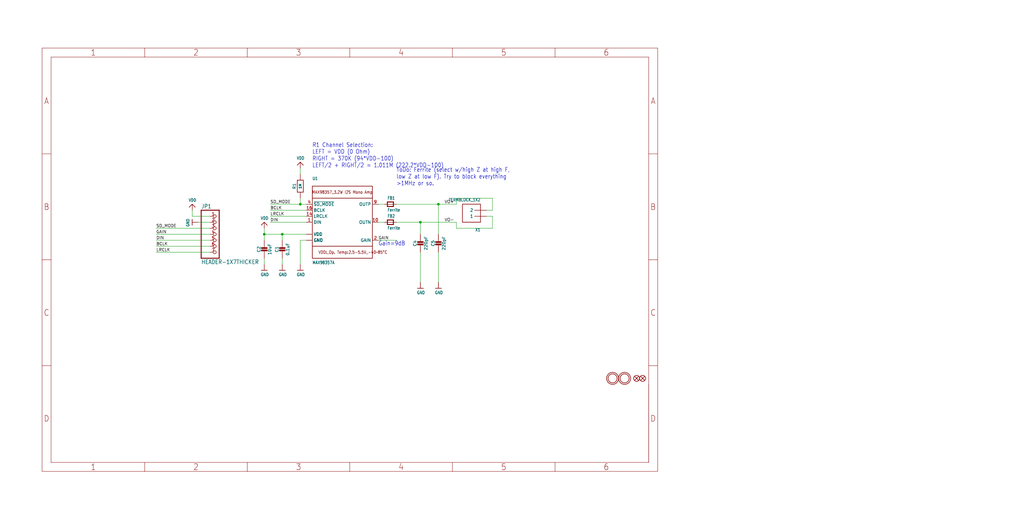
<source format=kicad_sch>
(kicad_sch (version 20211123) (generator eeschema)

  (uuid fe26565d-e819-4a3e-9920-3d2e6e8e25da)

  (paper "User" 433.07 220.421)

  (lib_symbols
    (symbol "Adafruit MAX98357 Breakout-eagle-import:AUDIOAMP_MAX98357" (in_bom yes) (on_board yes)
      (property "Reference" "U" (id 0) (at -12.7 17.78 0)
        (effects (font (size 1.27 1.0795)) (justify left bottom))
      )
      (property "Value" "AUDIOAMP_MAX98357" (id 1) (at -12.7 -17.78 0)
        (effects (font (size 1.27 1.0795)) (justify left bottom))
      )
      (property "Footprint" "Adafruit MAX98357 Breakout:QFN16_3MM" (id 2) (at 0 0 0)
        (effects (font (size 1.27 1.27)) hide)
      )
      (property "Datasheet" "" (id 3) (at 0 0 0)
        (effects (font (size 1.27 1.27)) hide)
      )
      (property "ki_locked" "" (id 4) (at 0 0 0)
        (effects (font (size 1.27 1.27)))
      )
      (symbol "AUDIOAMP_MAX98357_1_0"
        (polyline
          (pts
            (xy -12.7 -15.24)
            (xy 12.7 -15.24)
          )
          (stroke (width 0.254) (type default) (color 0 0 0 0))
          (fill (type none))
        )
        (polyline
          (pts
            (xy -12.7 -10.16)
            (xy -12.7 -15.24)
          )
          (stroke (width 0.254) (type default) (color 0 0 0 0))
          (fill (type none))
        )
        (polyline
          (pts
            (xy -12.7 -10.16)
            (xy -12.7 10.16)
          )
          (stroke (width 0.254) (type default) (color 0 0 0 0))
          (fill (type none))
        )
        (polyline
          (pts
            (xy -12.7 10.16)
            (xy -12.7 15.24)
          )
          (stroke (width 0.254) (type default) (color 0 0 0 0))
          (fill (type none))
        )
        (polyline
          (pts
            (xy -12.7 10.16)
            (xy 12.7 10.16)
          )
          (stroke (width 0.254) (type default) (color 0 0 0 0))
          (fill (type none))
        )
        (polyline
          (pts
            (xy -12.7 15.24)
            (xy 12.7 15.24)
          )
          (stroke (width 0.254) (type default) (color 0 0 0 0))
          (fill (type none))
        )
        (polyline
          (pts
            (xy 12.7 -15.24)
            (xy 12.7 -10.16)
          )
          (stroke (width 0.254) (type default) (color 0 0 0 0))
          (fill (type none))
        )
        (polyline
          (pts
            (xy 12.7 -10.16)
            (xy -12.7 -10.16)
          )
          (stroke (width 0.254) (type default) (color 0 0 0 0))
          (fill (type none))
        )
        (polyline
          (pts
            (xy 12.7 10.16)
            (xy 12.7 -10.16)
          )
          (stroke (width 0.254) (type default) (color 0 0 0 0))
          (fill (type none))
        )
        (polyline
          (pts
            (xy 12.7 15.24)
            (xy 12.7 10.16)
          )
          (stroke (width 0.254) (type default) (color 0 0 0 0))
          (fill (type none))
        )
        (text "2.5-5.5V_-40~85°C" (at 2.54 -12.7 0)
          (effects (font (size 1.27 1.0795)) (justify left))
        )
        (text "MAX98357_3.2W I2S Mono Amp" (at 0 12.7 0)
          (effects (font (size 1.27 1.0795)))
        )
        (text "VDD:_Op. Temp:" (at -10.16 -12.7 0)
          (effects (font (size 1.27 1.0795)) (justify left))
        )
        (pin bidirectional line (at -15.24 0 0) (length 2.54)
          (name "DIN" (effects (font (size 1.27 1.27))))
          (number "1" (effects (font (size 1.27 1.27))))
        )
        (pin output line (at 15.24 0 180) (length 2.54)
          (name "OUTN" (effects (font (size 1.27 1.27))))
          (number "10" (effects (font (size 1.27 1.27))))
        )
        (pin power_in line (at -15.24 -7.62 0) (length 2.54)
          (name "GND" (effects (font (size 1.27 1.27))))
          (number "11" (effects (font (size 0 0))))
        )
        (pin bidirectional line (at -15.24 2.54 0) (length 2.54)
          (name "LRCLK" (effects (font (size 1.27 1.27))))
          (number "14" (effects (font (size 1.27 1.27))))
        )
        (pin power_in line (at -15.24 -7.62 0) (length 2.54)
          (name "GND" (effects (font (size 1.27 1.27))))
          (number "15" (effects (font (size 0 0))))
        )
        (pin bidirectional line (at -15.24 5.08 0) (length 2.54)
          (name "BCLK" (effects (font (size 1.27 1.27))))
          (number "16" (effects (font (size 1.27 1.27))))
        )
        (pin bidirectional line (at 15.24 -7.62 180) (length 2.54)
          (name "GAIN" (effects (font (size 1.27 1.27))))
          (number "2" (effects (font (size 1.27 1.27))))
        )
        (pin power_in line (at -15.24 -7.62 0) (length 2.54)
          (name "GND" (effects (font (size 1.27 1.27))))
          (number "3" (effects (font (size 0 0))))
        )
        (pin bidirectional line (at -15.24 7.62 0) (length 2.54)
          (name "~{SD_MODE}" (effects (font (size 1.27 1.27))))
          (number "4" (effects (font (size 1.27 1.27))))
        )
        (pin power_in line (at -15.24 -5.08 0) (length 2.54)
          (name "VDD" (effects (font (size 1.27 1.27))))
          (number "7" (effects (font (size 0 0))))
        )
        (pin power_in line (at -15.24 -5.08 0) (length 2.54)
          (name "VDD" (effects (font (size 1.27 1.27))))
          (number "8" (effects (font (size 0 0))))
        )
        (pin output line (at 15.24 7.62 180) (length 2.54)
          (name "OUTP" (effects (font (size 1.27 1.27))))
          (number "9" (effects (font (size 1.27 1.27))))
        )
        (pin power_in line (at -15.24 -7.62 0) (length 2.54)
          (name "GND" (effects (font (size 1.27 1.27))))
          (number "THERMAL" (effects (font (size 0 0))))
        )
      )
    )
    (symbol "Adafruit MAX98357 Breakout-eagle-import:CAP_CERAMIC0805-NOOUTLINE" (in_bom yes) (on_board yes)
      (property "Reference" "C" (id 0) (at -2.29 1.25 90)
        (effects (font (size 1.27 1.27)))
      )
      (property "Value" "CAP_CERAMIC0805-NOOUTLINE" (id 1) (at 2.3 1.25 90)
        (effects (font (size 1.27 1.27)))
      )
      (property "Footprint" "Adafruit MAX98357 Breakout:0805-NO" (id 2) (at 0 0 0)
        (effects (font (size 1.27 1.27)) hide)
      )
      (property "Datasheet" "" (id 3) (at 0 0 0)
        (effects (font (size 1.27 1.27)) hide)
      )
      (property "ki_locked" "" (id 4) (at 0 0 0)
        (effects (font (size 1.27 1.27)))
      )
      (symbol "CAP_CERAMIC0805-NOOUTLINE_1_0"
        (rectangle (start -1.27 0.508) (end 1.27 1.016)
          (stroke (width 0) (type default) (color 0 0 0 0))
          (fill (type outline))
        )
        (rectangle (start -1.27 1.524) (end 1.27 2.032)
          (stroke (width 0) (type default) (color 0 0 0 0))
          (fill (type outline))
        )
        (polyline
          (pts
            (xy 0 0.762)
            (xy 0 0)
          )
          (stroke (width 0.1524) (type default) (color 0 0 0 0))
          (fill (type none))
        )
        (polyline
          (pts
            (xy 0 2.54)
            (xy 0 1.778)
          )
          (stroke (width 0.1524) (type default) (color 0 0 0 0))
          (fill (type none))
        )
        (pin passive line (at 0 5.08 270) (length 2.54)
          (name "1" (effects (font (size 0 0))))
          (number "1" (effects (font (size 0 0))))
        )
        (pin passive line (at 0 -2.54 90) (length 2.54)
          (name "2" (effects (font (size 0 0))))
          (number "2" (effects (font (size 0 0))))
        )
      )
    )
    (symbol "Adafruit MAX98357 Breakout-eagle-import:FERRITE-0805NO" (in_bom yes) (on_board yes)
      (property "Reference" "FB" (id 0) (at -1.27 1.905 0)
        (effects (font (size 1.27 1.0795)) (justify left bottom))
      )
      (property "Value" "FERRITE-0805NO" (id 1) (at -1.27 -3.175 0)
        (effects (font (size 1.27 1.0795)) (justify left bottom))
      )
      (property "Footprint" "Adafruit MAX98357 Breakout:0805-NO" (id 2) (at 0 0 0)
        (effects (font (size 1.27 1.27)) hide)
      )
      (property "Datasheet" "" (id 3) (at 0 0 0)
        (effects (font (size 1.27 1.27)) hide)
      )
      (property "ki_locked" "" (id 4) (at 0 0 0)
        (effects (font (size 1.27 1.27)))
      )
      (symbol "FERRITE-0805NO_1_0"
        (polyline
          (pts
            (xy -1.27 -0.9525)
            (xy -1.27 0.9525)
          )
          (stroke (width 0.4064) (type default) (color 0 0 0 0))
          (fill (type none))
        )
        (polyline
          (pts
            (xy -1.27 0.9525)
            (xy 1.27 0.9525)
          )
          (stroke (width 0.4064) (type default) (color 0 0 0 0))
          (fill (type none))
        )
        (polyline
          (pts
            (xy 1.27 -0.9525)
            (xy -1.27 -0.9525)
          )
          (stroke (width 0.4064) (type default) (color 0 0 0 0))
          (fill (type none))
        )
        (polyline
          (pts
            (xy 1.27 0.9525)
            (xy 1.27 -0.9525)
          )
          (stroke (width 0.4064) (type default) (color 0 0 0 0))
          (fill (type none))
        )
        (pin passive line (at -2.54 0 0) (length 2.54)
          (name "P$1" (effects (font (size 0 0))))
          (number "1" (effects (font (size 0 0))))
        )
        (pin passive line (at 2.54 0 180) (length 2.54)
          (name "P$2" (effects (font (size 0 0))))
          (number "2" (effects (font (size 0 0))))
        )
      )
    )
    (symbol "Adafruit MAX98357 Breakout-eagle-import:FIDUCIAL{dblquote}{dblquote}" (in_bom yes) (on_board yes)
      (property "Reference" "FID" (id 0) (at 0 0 0)
        (effects (font (size 1.27 1.27)) hide)
      )
      (property "Value" "FIDUCIAL{dblquote}{dblquote}" (id 1) (at 0 0 0)
        (effects (font (size 1.27 1.27)) hide)
      )
      (property "Footprint" "Adafruit MAX98357 Breakout:FIDUCIAL_1MM" (id 2) (at 0 0 0)
        (effects (font (size 1.27 1.27)) hide)
      )
      (property "Datasheet" "" (id 3) (at 0 0 0)
        (effects (font (size 1.27 1.27)) hide)
      )
      (property "ki_locked" "" (id 4) (at 0 0 0)
        (effects (font (size 1.27 1.27)))
      )
      (symbol "FIDUCIAL{dblquote}{dblquote}_1_0"
        (polyline
          (pts
            (xy -0.762 0.762)
            (xy 0.762 -0.762)
          )
          (stroke (width 0.254) (type default) (color 0 0 0 0))
          (fill (type none))
        )
        (polyline
          (pts
            (xy 0.762 0.762)
            (xy -0.762 -0.762)
          )
          (stroke (width 0.254) (type default) (color 0 0 0 0))
          (fill (type none))
        )
        (circle (center 0 0) (radius 1.27)
          (stroke (width 0.254) (type default) (color 0 0 0 0))
          (fill (type none))
        )
      )
    )
    (symbol "Adafruit MAX98357 Breakout-eagle-import:FRAME_A4" (in_bom yes) (on_board yes)
      (property "Reference" "#FRAME" (id 0) (at 0 0 0)
        (effects (font (size 1.27 1.27)) hide)
      )
      (property "Value" "FRAME_A4" (id 1) (at 0 0 0)
        (effects (font (size 1.27 1.27)) hide)
      )
      (property "Footprint" "Adafruit MAX98357 Breakout:" (id 2) (at 0 0 0)
        (effects (font (size 1.27 1.27)) hide)
      )
      (property "Datasheet" "" (id 3) (at 0 0 0)
        (effects (font (size 1.27 1.27)) hide)
      )
      (property "ki_locked" "" (id 4) (at 0 0 0)
        (effects (font (size 1.27 1.27)))
      )
      (symbol "FRAME_A4_0_0"
        (polyline
          (pts
            (xy 0 44.7675)
            (xy 3.81 44.7675)
          )
          (stroke (width 0) (type default) (color 0 0 0 0))
          (fill (type none))
        )
        (polyline
          (pts
            (xy 0 89.535)
            (xy 3.81 89.535)
          )
          (stroke (width 0) (type default) (color 0 0 0 0))
          (fill (type none))
        )
        (polyline
          (pts
            (xy 0 134.3025)
            (xy 3.81 134.3025)
          )
          (stroke (width 0) (type default) (color 0 0 0 0))
          (fill (type none))
        )
        (polyline
          (pts
            (xy 3.81 3.81)
            (xy 3.81 175.26)
          )
          (stroke (width 0) (type default) (color 0 0 0 0))
          (fill (type none))
        )
        (polyline
          (pts
            (xy 43.3917 0)
            (xy 43.3917 3.81)
          )
          (stroke (width 0) (type default) (color 0 0 0 0))
          (fill (type none))
        )
        (polyline
          (pts
            (xy 43.3917 175.26)
            (xy 43.3917 179.07)
          )
          (stroke (width 0) (type default) (color 0 0 0 0))
          (fill (type none))
        )
        (polyline
          (pts
            (xy 86.7833 0)
            (xy 86.7833 3.81)
          )
          (stroke (width 0) (type default) (color 0 0 0 0))
          (fill (type none))
        )
        (polyline
          (pts
            (xy 86.7833 175.26)
            (xy 86.7833 179.07)
          )
          (stroke (width 0) (type default) (color 0 0 0 0))
          (fill (type none))
        )
        (polyline
          (pts
            (xy 130.175 0)
            (xy 130.175 3.81)
          )
          (stroke (width 0) (type default) (color 0 0 0 0))
          (fill (type none))
        )
        (polyline
          (pts
            (xy 130.175 175.26)
            (xy 130.175 179.07)
          )
          (stroke (width 0) (type default) (color 0 0 0 0))
          (fill (type none))
        )
        (polyline
          (pts
            (xy 173.5667 0)
            (xy 173.5667 3.81)
          )
          (stroke (width 0) (type default) (color 0 0 0 0))
          (fill (type none))
        )
        (polyline
          (pts
            (xy 173.5667 175.26)
            (xy 173.5667 179.07)
          )
          (stroke (width 0) (type default) (color 0 0 0 0))
          (fill (type none))
        )
        (polyline
          (pts
            (xy 216.9583 0)
            (xy 216.9583 3.81)
          )
          (stroke (width 0) (type default) (color 0 0 0 0))
          (fill (type none))
        )
        (polyline
          (pts
            (xy 216.9583 175.26)
            (xy 216.9583 179.07)
          )
          (stroke (width 0) (type default) (color 0 0 0 0))
          (fill (type none))
        )
        (polyline
          (pts
            (xy 256.54 3.81)
            (xy 3.81 3.81)
          )
          (stroke (width 0) (type default) (color 0 0 0 0))
          (fill (type none))
        )
        (polyline
          (pts
            (xy 256.54 3.81)
            (xy 256.54 175.26)
          )
          (stroke (width 0) (type default) (color 0 0 0 0))
          (fill (type none))
        )
        (polyline
          (pts
            (xy 256.54 44.7675)
            (xy 260.35 44.7675)
          )
          (stroke (width 0) (type default) (color 0 0 0 0))
          (fill (type none))
        )
        (polyline
          (pts
            (xy 256.54 89.535)
            (xy 260.35 89.535)
          )
          (stroke (width 0) (type default) (color 0 0 0 0))
          (fill (type none))
        )
        (polyline
          (pts
            (xy 256.54 134.3025)
            (xy 260.35 134.3025)
          )
          (stroke (width 0) (type default) (color 0 0 0 0))
          (fill (type none))
        )
        (polyline
          (pts
            (xy 256.54 175.26)
            (xy 3.81 175.26)
          )
          (stroke (width 0) (type default) (color 0 0 0 0))
          (fill (type none))
        )
        (polyline
          (pts
            (xy 0 0)
            (xy 260.35 0)
            (xy 260.35 179.07)
            (xy 0 179.07)
            (xy 0 0)
          )
          (stroke (width 0) (type default) (color 0 0 0 0))
          (fill (type none))
        )
        (text "1" (at 21.6958 1.905 0)
          (effects (font (size 2.54 2.286)))
        )
        (text "1" (at 21.6958 177.165 0)
          (effects (font (size 2.54 2.286)))
        )
        (text "2" (at 65.0875 1.905 0)
          (effects (font (size 2.54 2.286)))
        )
        (text "2" (at 65.0875 177.165 0)
          (effects (font (size 2.54 2.286)))
        )
        (text "3" (at 108.4792 1.905 0)
          (effects (font (size 2.54 2.286)))
        )
        (text "3" (at 108.4792 177.165 0)
          (effects (font (size 2.54 2.286)))
        )
        (text "4" (at 151.8708 1.905 0)
          (effects (font (size 2.54 2.286)))
        )
        (text "4" (at 151.8708 177.165 0)
          (effects (font (size 2.54 2.286)))
        )
        (text "5" (at 195.2625 1.905 0)
          (effects (font (size 2.54 2.286)))
        )
        (text "5" (at 195.2625 177.165 0)
          (effects (font (size 2.54 2.286)))
        )
        (text "6" (at 238.6542 1.905 0)
          (effects (font (size 2.54 2.286)))
        )
        (text "6" (at 238.6542 177.165 0)
          (effects (font (size 2.54 2.286)))
        )
        (text "A" (at 1.905 156.6863 0)
          (effects (font (size 2.54 2.286)))
        )
        (text "A" (at 258.445 156.6863 0)
          (effects (font (size 2.54 2.286)))
        )
        (text "B" (at 1.905 111.9188 0)
          (effects (font (size 2.54 2.286)))
        )
        (text "B" (at 258.445 111.9188 0)
          (effects (font (size 2.54 2.286)))
        )
        (text "C" (at 1.905 67.1513 0)
          (effects (font (size 2.54 2.286)))
        )
        (text "C" (at 258.445 67.1513 0)
          (effects (font (size 2.54 2.286)))
        )
        (text "D" (at 1.905 22.3838 0)
          (effects (font (size 2.54 2.286)))
        )
        (text "D" (at 258.445 22.3838 0)
          (effects (font (size 2.54 2.286)))
        )
      )
      (symbol "FRAME_A4_1_0"
        (polyline
          (pts
            (xy 256.54 3.81)
            (xy 256.54 8.89)
          )
          (stroke (width 0.1016) (type default) (color 0 0 0 0))
          (fill (type none))
        )
        (polyline
          (pts
            (xy 256.54 8.89)
            (xy 256.54 13.97)
          )
          (stroke (width 0.1016) (type default) (color 0 0 0 0))
          (fill (type none))
        )
        (polyline
          (pts
            (xy 256.54 13.97)
            (xy 256.54 19.05)
          )
          (stroke (width 0.1016) (type default) (color 0 0 0 0))
          (fill (type none))
        )
        (polyline
          (pts
            (xy 256.54 19.05)
            (xy 256.54 36.83)
          )
          (stroke (width 0.1016) (type default) (color 0 0 0 0))
          (fill (type none))
        )
      )
      (symbol "FRAME_A4_2_0"
        (polyline
          (pts
            (xy -0.3048 1.5748)
            (xy 20.0152 1.5748)
          )
          (stroke (width 0.6096) (type default) (color 0 0 0 0))
          (fill (type none))
        )
        (polyline
          (pts
            (xy -0.3048 10.4648)
            (xy -0.3048 1.5748)
          )
          (stroke (width 0.6096) (type default) (color 0 0 0 0))
          (fill (type none))
        )
        (polyline
          (pts
            (xy -0.3048 10.4648)
            (xy 20.0152 10.4648)
          )
          (stroke (width 0.3048) (type default) (color 0 0 0 0))
          (fill (type none))
        )
        (polyline
          (pts
            (xy -0.3048 19.3548)
            (xy -0.3048 10.4648)
          )
          (stroke (width 0.6096) (type default) (color 0 0 0 0))
          (fill (type none))
        )
        (polyline
          (pts
            (xy -0.3048 19.3548)
            (xy 20.0152 19.3548)
          )
          (stroke (width 0.3048) (type default) (color 0 0 0 0))
          (fill (type none))
        )
        (polyline
          (pts
            (xy -0.3048 28.2448)
            (xy -0.3048 19.3548)
          )
          (stroke (width 0.6096) (type default) (color 0 0 0 0))
          (fill (type none))
        )
        (polyline
          (pts
            (xy -0.3048 28.2448)
            (xy 20.0152 28.2448)
          )
          (stroke (width 0.3048) (type default) (color 0 0 0 0))
          (fill (type none))
        )
        (polyline
          (pts
            (xy -0.3048 34.5948)
            (xy -0.3048 28.2448)
          )
          (stroke (width 0.6096) (type default) (color 0 0 0 0))
          (fill (type none))
        )
        (polyline
          (pts
            (xy 20.0152 1.5748)
            (xy 20.0152 6.6548)
          )
          (stroke (width 0.3048) (type default) (color 0 0 0 0))
          (fill (type none))
        )
        (polyline
          (pts
            (xy 20.0152 1.5748)
            (xy 95.5802 1.5748)
          )
          (stroke (width 0.6096) (type default) (color 0 0 0 0))
          (fill (type none))
        )
        (polyline
          (pts
            (xy 20.0152 6.6548)
            (xy 20.0152 10.4648)
          )
          (stroke (width 0.3048) (type default) (color 0 0 0 0))
          (fill (type none))
        )
        (polyline
          (pts
            (xy 20.0152 6.6548)
            (xy 88.5952 6.6548)
          )
          (stroke (width 0.3048) (type default) (color 0 0 0 0))
          (fill (type none))
        )
        (polyline
          (pts
            (xy 20.0152 10.4648)
            (xy 20.0152 16.8148)
          )
          (stroke (width 0.3048) (type default) (color 0 0 0 0))
          (fill (type none))
        )
        (polyline
          (pts
            (xy 20.0152 16.8148)
            (xy 20.0152 19.3548)
          )
          (stroke (width 0.3048) (type default) (color 0 0 0 0))
          (fill (type none))
        )
        (polyline
          (pts
            (xy 20.0152 19.3548)
            (xy 20.0152 28.2448)
          )
          (stroke (width 0.3048) (type default) (color 0 0 0 0))
          (fill (type none))
        )
        (polyline
          (pts
            (xy 20.0152 28.2448)
            (xy 20.0152 34.5948)
          )
          (stroke (width 0.3048) (type default) (color 0 0 0 0))
          (fill (type none))
        )
        (polyline
          (pts
            (xy 20.0152 28.2448)
            (xy 105.7402 28.2448)
          )
          (stroke (width 0.3048) (type default) (color 0 0 0 0))
          (fill (type none))
        )
        (polyline
          (pts
            (xy 20.0152 34.5948)
            (xy -0.3048 34.5948)
          )
          (stroke (width 0.6096) (type default) (color 0 0 0 0))
          (fill (type none))
        )
        (polyline
          (pts
            (xy 88.5952 6.6548)
            (xy 95.5802 6.6548)
          )
          (stroke (width 0.3048) (type default) (color 0 0 0 0))
          (fill (type none))
        )
        (polyline
          (pts
            (xy 88.5952 16.8148)
            (xy 20.0152 16.8148)
          )
          (stroke (width 0.3048) (type default) (color 0 0 0 0))
          (fill (type none))
        )
        (polyline
          (pts
            (xy 88.5952 16.8148)
            (xy 88.5952 6.6548)
          )
          (stroke (width 0.3048) (type default) (color 0 0 0 0))
          (fill (type none))
        )
        (polyline
          (pts
            (xy 95.5802 1.5748)
            (xy 121.6152 1.5748)
          )
          (stroke (width 0.6096) (type default) (color 0 0 0 0))
          (fill (type none))
        )
        (polyline
          (pts
            (xy 95.5802 6.6548)
            (xy 95.5802 1.5748)
          )
          (stroke (width 0.3048) (type default) (color 0 0 0 0))
          (fill (type none))
        )
        (polyline
          (pts
            (xy 95.5802 6.6548)
            (xy 121.6152 6.6548)
          )
          (stroke (width 0.3048) (type default) (color 0 0 0 0))
          (fill (type none))
        )
        (polyline
          (pts
            (xy 101.2952 13.3223)
            (xy 102.2477 13.3223)
          )
          (stroke (width 0.254) (type default) (color 0 0 0 0))
          (fill (type none))
        )
        (polyline
          (pts
            (xy 105.7402 28.2448)
            (xy 105.7402 34.5948)
          )
          (stroke (width 0.3048) (type default) (color 0 0 0 0))
          (fill (type none))
        )
        (polyline
          (pts
            (xy 105.7402 28.2448)
            (xy 110.1852 28.2448)
          )
          (stroke (width 0.3048) (type default) (color 0 0 0 0))
          (fill (type none))
        )
        (polyline
          (pts
            (xy 105.7402 34.5948)
            (xy 20.0152 34.5948)
          )
          (stroke (width 0.6096) (type default) (color 0 0 0 0))
          (fill (type none))
        )
        (polyline
          (pts
            (xy 110.1852 16.8148)
            (xy 88.5952 16.8148)
          )
          (stroke (width 0.3048) (type default) (color 0 0 0 0))
          (fill (type none))
        )
        (polyline
          (pts
            (xy 110.1852 28.2448)
            (xy 110.1852 16.8148)
          )
          (stroke (width 0.3048) (type default) (color 0 0 0 0))
          (fill (type none))
        )
        (polyline
          (pts
            (xy 110.1852 28.2448)
            (xy 121.6152 28.2448)
          )
          (stroke (width 0.3048) (type default) (color 0 0 0 0))
          (fill (type none))
        )
        (polyline
          (pts
            (xy 121.6152 6.6548)
            (xy 121.6152 1.5748)
          )
          (stroke (width 0.6096) (type default) (color 0 0 0 0))
          (fill (type none))
        )
        (polyline
          (pts
            (xy 121.6152 16.8148)
            (xy 110.1852 16.8148)
          )
          (stroke (width 0.3048) (type default) (color 0 0 0 0))
          (fill (type none))
        )
        (polyline
          (pts
            (xy 121.6152 16.8148)
            (xy 121.6152 6.6548)
          )
          (stroke (width 0.6096) (type default) (color 0 0 0 0))
          (fill (type none))
        )
        (polyline
          (pts
            (xy 121.6152 28.2448)
            (xy 121.6152 16.8148)
          )
          (stroke (width 0.6096) (type default) (color 0 0 0 0))
          (fill (type none))
        )
        (polyline
          (pts
            (xy 121.6152 34.5948)
            (xy 105.7402 34.5948)
          )
          (stroke (width 0.6096) (type default) (color 0 0 0 0))
          (fill (type none))
        )
        (polyline
          (pts
            (xy 121.6152 34.5948)
            (xy 121.6152 28.2448)
          )
          (stroke (width 0.6096) (type default) (color 0 0 0 0))
          (fill (type none))
        )
        (circle (center 109.2327 31.4198) (radius 1.4199)
          (stroke (width 0.254) (type default) (color 0 0 0 0))
          (fill (type none))
        )
        (text "2015" (at 112.4077 30.4673 0)
          (effects (font (size 1.778 1.5113)) (justify left bottom))
        )
        (text ">CHECKED" (at 2.2352 11.7348 0)
          (effects (font (size 1.778 1.5113)) (justify left bottom))
        )
        (text ">COMPANY" (at 23.349 29.6735 0)
          (effects (font (size 3.175 2.6987) (thickness 0.5397) bold) (justify left bottom))
        )
        (text ">DATE" (at 2.2352 2.8448 0)
          (effects (font (size 1.778 1.5113)) (justify left bottom))
        )
        (text ">DRAWING_NAME" (at 33.0327 2.8448 0)
          (effects (font (size 2.54 2.159)) (justify left bottom))
        )
        (text ">DRAWN" (at 2.2352 20.6248 0)
          (effects (font (size 1.778 1.5113)) (justify left bottom))
        )
        (text ">DRGNO" (at 91.1352 9.1948 0)
          (effects (font (size 2.1844 1.8567)) (justify left bottom))
        )
        (text ">LAST_DATE_TIME" (at 32.7152 9.1948 0)
          (effects (font (size 2.54 2.159)) (justify left bottom))
        )
        (text ">REV" (at 113.9952 18.7198 0)
          (effects (font (size 3.81 3.2385)) (justify left bottom))
        )
        (text ">SHEET" (at 108.9152 2.8448 0)
          (effects (font (size 2.54 2.54)) (justify left bottom))
        )
        (text "C" (at 108.7564 30.7848 0)
          (effects (font (size 1.27 1.0795)) (justify left bottom))
        )
        (text "CHECKED" (at 0.9652 16.1798 0)
          (effects (font (size 1.778 1.5113)) (justify left bottom))
        )
        (text "DATE" (at 0.9652 7.2898 0)
          (effects (font (size 1.778 1.5113)) (justify left bottom))
        )
        (text "DATE" (at 21.2852 13.0048 0)
          (effects (font (size 2.54 2.54)) (justify left bottom))
        )
        (text "DRAWN" (at 0.9652 25.0698 0)
          (effects (font (size 1.778 1.5113)) (justify left bottom))
        )
        (text "DRG" (at 89.8652 13.0048 0)
          (effects (font (size 2.54 2.54)) (justify left bottom))
        )
        (text "FILE:" (at 21.2852 2.8448 0)
          (effects (font (size 2.54 2.54)) (justify left bottom))
        )
        (text "ISSUE" (at 5.0927 30.4673 0)
          (effects (font (size 1.9304 1.6408)) (justify left bottom))
        )
        (text "N" (at 98.4377 13.0048 0)
          (effects (font (size 2.54 2.54)) (justify left bottom))
        )
        (text "o" (at 100.9777 13.9573 0)
          (effects (font (size 2.1844 1.8567)) (justify left bottom))
        )
        (text "PAGE:" (at 96.8502 2.8448 0)
          (effects (font (size 2.54 2.54)) (justify left bottom))
        )
        (text "REV" (at 112.4077 24.4348 0)
          (effects (font (size 2.54 2.54)) (justify left bottom))
        )
        (text "TITLE" (at 21.2852 24.4348 0)
          (effects (font (size 2.54 2.54)) (justify left bottom))
        )
      )
    )
    (symbol "Adafruit MAX98357 Breakout-eagle-import:GND" (power) (in_bom yes) (on_board yes)
      (property "Reference" "" (id 0) (at 0 0 0)
        (effects (font (size 1.27 1.27)) hide)
      )
      (property "Value" "GND" (id 1) (at -1.524 -2.54 0)
        (effects (font (size 1.27 1.0795)) (justify left bottom))
      )
      (property "Footprint" "Adafruit MAX98357 Breakout:" (id 2) (at 0 0 0)
        (effects (font (size 1.27 1.27)) hide)
      )
      (property "Datasheet" "" (id 3) (at 0 0 0)
        (effects (font (size 1.27 1.27)) hide)
      )
      (property "ki_locked" "" (id 4) (at 0 0 0)
        (effects (font (size 1.27 1.27)))
      )
      (symbol "GND_1_0"
        (polyline
          (pts
            (xy -1.27 0)
            (xy 1.27 0)
          )
          (stroke (width 0.254) (type default) (color 0 0 0 0))
          (fill (type none))
        )
        (pin power_in line (at 0 2.54 270) (length 2.54)
          (name "GND" (effects (font (size 0 0))))
          (number "1" (effects (font (size 0 0))))
        )
      )
    )
    (symbol "Adafruit MAX98357 Breakout-eagle-import:HEADER-1X7THICKER" (in_bom yes) (on_board yes)
      (property "Reference" "JP" (id 0) (at -6.35 10.795 0)
        (effects (font (size 1.778 1.5113)) (justify left bottom))
      )
      (property "Value" "HEADER-1X7THICKER" (id 1) (at -6.35 -12.7 0)
        (effects (font (size 1.778 1.5113)) (justify left bottom))
      )
      (property "Footprint" "Adafruit MAX98357 Breakout:1X07_ROUND_76" (id 2) (at 0 0 0)
        (effects (font (size 1.27 1.27)) hide)
      )
      (property "Datasheet" "" (id 3) (at 0 0 0)
        (effects (font (size 1.27 1.27)) hide)
      )
      (property "ki_locked" "" (id 4) (at 0 0 0)
        (effects (font (size 1.27 1.27)))
      )
      (symbol "HEADER-1X7THICKER_1_0"
        (polyline
          (pts
            (xy -6.35 -10.16)
            (xy 1.27 -10.16)
          )
          (stroke (width 0.4064) (type default) (color 0 0 0 0))
          (fill (type none))
        )
        (polyline
          (pts
            (xy -6.35 10.16)
            (xy -6.35 -10.16)
          )
          (stroke (width 0.4064) (type default) (color 0 0 0 0))
          (fill (type none))
        )
        (polyline
          (pts
            (xy 1.27 -10.16)
            (xy 1.27 10.16)
          )
          (stroke (width 0.4064) (type default) (color 0 0 0 0))
          (fill (type none))
        )
        (polyline
          (pts
            (xy 1.27 10.16)
            (xy -6.35 10.16)
          )
          (stroke (width 0.4064) (type default) (color 0 0 0 0))
          (fill (type none))
        )
        (pin passive inverted (at -2.54 7.62 0) (length 2.54)
          (name "1" (effects (font (size 0 0))))
          (number "1" (effects (font (size 1.27 1.27))))
        )
        (pin passive inverted (at -2.54 5.08 0) (length 2.54)
          (name "2" (effects (font (size 0 0))))
          (number "2" (effects (font (size 1.27 1.27))))
        )
        (pin passive inverted (at -2.54 2.54 0) (length 2.54)
          (name "3" (effects (font (size 0 0))))
          (number "3" (effects (font (size 1.27 1.27))))
        )
        (pin passive inverted (at -2.54 0 0) (length 2.54)
          (name "4" (effects (font (size 0 0))))
          (number "4" (effects (font (size 1.27 1.27))))
        )
        (pin passive inverted (at -2.54 -2.54 0) (length 2.54)
          (name "5" (effects (font (size 0 0))))
          (number "5" (effects (font (size 1.27 1.27))))
        )
        (pin passive inverted (at -2.54 -5.08 0) (length 2.54)
          (name "6" (effects (font (size 0 0))))
          (number "6" (effects (font (size 1.27 1.27))))
        )
        (pin passive inverted (at -2.54 -7.62 0) (length 2.54)
          (name "7" (effects (font (size 0 0))))
          (number "7" (effects (font (size 1.27 1.27))))
        )
      )
    )
    (symbol "Adafruit MAX98357 Breakout-eagle-import:MOUNTINGHOLE2.5" (in_bom yes) (on_board yes)
      (property "Reference" "" (id 0) (at 0 0 0)
        (effects (font (size 1.27 1.27)) hide)
      )
      (property "Value" "MOUNTINGHOLE2.5" (id 1) (at 0 0 0)
        (effects (font (size 1.27 1.27)) hide)
      )
      (property "Footprint" "Adafruit MAX98357 Breakout:MOUNTINGHOLE_2.5_PLATED" (id 2) (at 0 0 0)
        (effects (font (size 1.27 1.27)) hide)
      )
      (property "Datasheet" "" (id 3) (at 0 0 0)
        (effects (font (size 1.27 1.27)) hide)
      )
      (property "ki_locked" "" (id 4) (at 0 0 0)
        (effects (font (size 1.27 1.27)))
      )
      (symbol "MOUNTINGHOLE2.5_1_0"
        (circle (center 0 0) (radius 1.905)
          (stroke (width 0.254) (type default) (color 0 0 0 0))
          (fill (type none))
        )
        (circle (center 0 0) (radius 2.54)
          (stroke (width 0.254) (type default) (color 0 0 0 0))
          (fill (type none))
        )
      )
    )
    (symbol "Adafruit MAX98357 Breakout-eagle-import:RESISTOR0805_NOOUTLINE" (in_bom yes) (on_board yes)
      (property "Reference" "R" (id 0) (at 0 2.54 0)
        (effects (font (size 1.27 1.27)))
      )
      (property "Value" "RESISTOR0805_NOOUTLINE" (id 1) (at 0 0 0)
        (effects (font (size 1.016 1.016) bold))
      )
      (property "Footprint" "Adafruit MAX98357 Breakout:0805-NO" (id 2) (at 0 0 0)
        (effects (font (size 1.27 1.27)) hide)
      )
      (property "Datasheet" "" (id 3) (at 0 0 0)
        (effects (font (size 1.27 1.27)) hide)
      )
      (property "ki_locked" "" (id 4) (at 0 0 0)
        (effects (font (size 1.27 1.27)))
      )
      (symbol "RESISTOR0805_NOOUTLINE_1_0"
        (polyline
          (pts
            (xy -2.54 -1.27)
            (xy -2.54 1.27)
          )
          (stroke (width 0.254) (type default) (color 0 0 0 0))
          (fill (type none))
        )
        (polyline
          (pts
            (xy -2.54 1.27)
            (xy 2.54 1.27)
          )
          (stroke (width 0.254) (type default) (color 0 0 0 0))
          (fill (type none))
        )
        (polyline
          (pts
            (xy 2.54 -1.27)
            (xy -2.54 -1.27)
          )
          (stroke (width 0.254) (type default) (color 0 0 0 0))
          (fill (type none))
        )
        (polyline
          (pts
            (xy 2.54 1.27)
            (xy 2.54 -1.27)
          )
          (stroke (width 0.254) (type default) (color 0 0 0 0))
          (fill (type none))
        )
        (pin passive line (at -5.08 0 0) (length 2.54)
          (name "1" (effects (font (size 0 0))))
          (number "1" (effects (font (size 0 0))))
        )
        (pin passive line (at 5.08 0 180) (length 2.54)
          (name "2" (effects (font (size 0 0))))
          (number "2" (effects (font (size 0 0))))
        )
      )
    )
    (symbol "Adafruit MAX98357 Breakout-eagle-import:TERMBLOCK_1X2" (in_bom yes) (on_board yes)
      (property "Reference" "X" (id 0) (at -2.54 7.62 0)
        (effects (font (size 1.27 1.0795)) (justify left bottom))
      )
      (property "Value" "TERMBLOCK_1X2" (id 1) (at -2.54 -5.08 0)
        (effects (font (size 1.27 1.0795)) (justify left bottom))
      )
      (property "Footprint" "Adafruit MAX98357 Breakout:TERMBLOCK_1X2-3.5MM" (id 2) (at 0 0 0)
        (effects (font (size 1.27 1.27)) hide)
      )
      (property "Datasheet" "" (id 3) (at 0 0 0)
        (effects (font (size 1.27 1.27)) hide)
      )
      (property "ki_locked" "" (id 4) (at 0 0 0)
        (effects (font (size 1.27 1.27)))
      )
      (symbol "TERMBLOCK_1X2_1_0"
        (polyline
          (pts
            (xy -2.54 -2.54)
            (xy 5.08 -2.54)
          )
          (stroke (width 0.254) (type default) (color 0 0 0 0))
          (fill (type none))
        )
        (polyline
          (pts
            (xy -2.54 5.08)
            (xy -2.54 -2.54)
          )
          (stroke (width 0.254) (type default) (color 0 0 0 0))
          (fill (type none))
        )
        (polyline
          (pts
            (xy 5.08 -2.54)
            (xy 5.08 5.08)
          )
          (stroke (width 0.254) (type default) (color 0 0 0 0))
          (fill (type none))
        )
        (polyline
          (pts
            (xy 5.08 5.08)
            (xy -2.54 5.08)
          )
          (stroke (width 0.254) (type default) (color 0 0 0 0))
          (fill (type none))
        )
        (pin passive line (at -5.08 2.54 0) (length 5.08)
          (name "1" (effects (font (size 1.27 1.27))))
          (number "1" (effects (font (size 0 0))))
        )
        (pin passive line (at -5.08 0 0) (length 5.08)
          (name "2" (effects (font (size 1.27 1.27))))
          (number "2" (effects (font (size 0 0))))
        )
      )
    )
    (symbol "Adafruit MAX98357 Breakout-eagle-import:VDD" (power) (in_bom yes) (on_board yes)
      (property "Reference" "" (id 0) (at 0 0 0)
        (effects (font (size 1.27 1.27)) hide)
      )
      (property "Value" "VDD" (id 1) (at -1.524 1.016 0)
        (effects (font (size 1.27 1.0795)) (justify left bottom))
      )
      (property "Footprint" "Adafruit MAX98357 Breakout:" (id 2) (at 0 0 0)
        (effects (font (size 1.27 1.27)) hide)
      )
      (property "Datasheet" "" (id 3) (at 0 0 0)
        (effects (font (size 1.27 1.27)) hide)
      )
      (property "ki_locked" "" (id 4) (at 0 0 0)
        (effects (font (size 1.27 1.27)))
      )
      (symbol "VDD_1_0"
        (polyline
          (pts
            (xy -1.27 -1.27)
            (xy 0 0)
          )
          (stroke (width 0.254) (type default) (color 0 0 0 0))
          (fill (type none))
        )
        (polyline
          (pts
            (xy 0 0)
            (xy 1.27 -1.27)
          )
          (stroke (width 0.254) (type default) (color 0 0 0 0))
          (fill (type none))
        )
        (pin power_in line (at 0 -2.54 90) (length 2.54)
          (name "VDD" (effects (font (size 0 0))))
          (number "1" (effects (font (size 0 0))))
        )
      )
    )
  )

  (junction (at 177.8 93.98) (diameter 0) (color 0 0 0 0)
    (uuid 36c8275d-41d2-46fb-9d39-a22aecccf285)
  )
  (junction (at 119.38 99.06) (diameter 0) (color 0 0 0 0)
    (uuid 380ca86d-b91f-4e5d-9837-ebd91e17959f)
  )
  (junction (at 185.42 86.36) (diameter 0) (color 0 0 0 0)
    (uuid 3a58d71d-e355-4d96-a461-00f9c26b0586)
  )
  (junction (at 111.76 99.06) (diameter 0) (color 0 0 0 0)
    (uuid 837610e8-c224-4b3b-9619-3eef7e7c23c6)
  )
  (junction (at 127 86.36) (diameter 0) (color 0 0 0 0)
    (uuid fdf46156-c02f-4a2b-8a43-dadf41f0d590)
  )

  (wire (pts (xy 88.9 106.68) (xy 66.04 106.68))
    (stroke (width 0) (type default) (color 0 0 0 0))
    (uuid 0199ced1-f584-4220-b8ef-b648b9134eb9)
  )
  (wire (pts (xy 208.28 83.82) (xy 208.28 88.9))
    (stroke (width 0) (type default) (color 0 0 0 0))
    (uuid 0326c3df-3811-42bc-9db9-7442d91792a8)
  )
  (wire (pts (xy 167.64 86.36) (xy 185.42 86.36))
    (stroke (width 0) (type default) (color 0 0 0 0))
    (uuid 04445709-cb02-440d-a974-51105abf22b4)
  )
  (wire (pts (xy 66.04 99.06) (xy 88.9 99.06))
    (stroke (width 0) (type default) (color 0 0 0 0))
    (uuid 263085ea-3730-4023-a1d8-6836efa1aa09)
  )
  (wire (pts (xy 129.54 86.36) (xy 127 86.36))
    (stroke (width 0) (type default) (color 0 0 0 0))
    (uuid 3bc9ed80-e240-4420-a214-cbe181499d5c)
  )
  (wire (pts (xy 81.28 91.44) (xy 81.28 88.9))
    (stroke (width 0) (type default) (color 0 0 0 0))
    (uuid 3d4c229a-d3d4-4c43-91cc-28b6d7e6c4a5)
  )
  (wire (pts (xy 88.9 91.44) (xy 81.28 91.44))
    (stroke (width 0) (type default) (color 0 0 0 0))
    (uuid 425bd07e-738c-4b73-939c-7a1e192381b0)
  )
  (wire (pts (xy 193.04 86.36) (xy 193.04 83.82))
    (stroke (width 0) (type default) (color 0 0 0 0))
    (uuid 464ab42f-61ca-4400-ab03-3d9b56bd8a84)
  )
  (wire (pts (xy 119.38 99.06) (xy 111.76 99.06))
    (stroke (width 0) (type default) (color 0 0 0 0))
    (uuid 4c9dbd01-edb0-49ed-a66c-dc6d2de1cd7c)
  )
  (wire (pts (xy 208.28 91.44) (xy 205.74 91.44))
    (stroke (width 0) (type default) (color 0 0 0 0))
    (uuid 52193754-0575-4af5-86d4-b46079897b4b)
  )
  (wire (pts (xy 185.42 86.36) (xy 193.04 86.36))
    (stroke (width 0) (type default) (color 0 0 0 0))
    (uuid 538b6884-7c3b-4100-a964-c439d8895c04)
  )
  (wire (pts (xy 177.8 93.98) (xy 177.8 99.06))
    (stroke (width 0) (type default) (color 0 0 0 0))
    (uuid 68aa07fd-9bb9-4629-9a6a-fda6e3f8f4bd)
  )
  (wire (pts (xy 127 73.66) (xy 127 71.12))
    (stroke (width 0) (type default) (color 0 0 0 0))
    (uuid 73e89eba-432d-4644-9546-441fb0aa7188)
  )
  (wire (pts (xy 129.54 99.06) (xy 119.38 99.06))
    (stroke (width 0) (type default) (color 0 0 0 0))
    (uuid 77c876bf-63d2-471e-8399-9e0282131aff)
  )
  (wire (pts (xy 129.54 91.44) (xy 114.3 91.44))
    (stroke (width 0) (type default) (color 0 0 0 0))
    (uuid 78f53843-7551-4458-9c72-29ca06d1f273)
  )
  (wire (pts (xy 208.28 96.52) (xy 208.28 91.44))
    (stroke (width 0) (type default) (color 0 0 0 0))
    (uuid 7a052cb1-53e0-4a2c-8b2e-949de768feb1)
  )
  (wire (pts (xy 127 86.36) (xy 127 83.82))
    (stroke (width 0) (type default) (color 0 0 0 0))
    (uuid 7ed32eb4-3a5d-4c75-ae14-834ad2f6131f)
  )
  (wire (pts (xy 111.76 109.22) (xy 111.76 111.76))
    (stroke (width 0) (type default) (color 0 0 0 0))
    (uuid 807e4734-473a-44eb-bcef-a2b4c85a9161)
  )
  (wire (pts (xy 167.64 93.98) (xy 177.8 93.98))
    (stroke (width 0) (type default) (color 0 0 0 0))
    (uuid 8e661577-83a6-47ed-b67b-8d5817470278)
  )
  (wire (pts (xy 193.04 96.52) (xy 208.28 96.52))
    (stroke (width 0) (type default) (color 0 0 0 0))
    (uuid 96d023ad-c700-4016-a337-e454fff3a704)
  )
  (wire (pts (xy 88.9 101.6) (xy 66.04 101.6))
    (stroke (width 0) (type default) (color 0 0 0 0))
    (uuid 99f7fd72-ad82-40d7-bae9-d0ed15600a09)
  )
  (wire (pts (xy 208.28 88.9) (xy 205.74 88.9))
    (stroke (width 0) (type default) (color 0 0 0 0))
    (uuid 9a47ff1e-dab9-4d63-bbd2-50647e8c7245)
  )
  (wire (pts (xy 129.54 101.6) (xy 127 101.6))
    (stroke (width 0) (type default) (color 0 0 0 0))
    (uuid a36c4f13-98ce-4815-b0d9-3189518d49f3)
  )
  (wire (pts (xy 88.9 93.98) (xy 83.82 93.98))
    (stroke (width 0) (type default) (color 0 0 0 0))
    (uuid b1c2d96f-9394-4a9e-b550-db8fd99d7591)
  )
  (wire (pts (xy 185.42 106.68) (xy 185.42 119.38))
    (stroke (width 0) (type default) (color 0 0 0 0))
    (uuid b3bb0186-d679-40af-8be3-d726ea946025)
  )
  (wire (pts (xy 129.54 88.9) (xy 114.3 88.9))
    (stroke (width 0) (type default) (color 0 0 0 0))
    (uuid b7dc9d31-055f-4c12-8419-e0d781af56a2)
  )
  (wire (pts (xy 160.02 101.6) (xy 167.64 101.6))
    (stroke (width 0) (type default) (color 0 0 0 0))
    (uuid bcb432f2-29ed-4eab-abd3-b46d87d403f7)
  )
  (wire (pts (xy 193.04 83.82) (xy 208.28 83.82))
    (stroke (width 0) (type default) (color 0 0 0 0))
    (uuid bd1536c3-0ffc-4348-b229-f42c2f850a3c)
  )
  (wire (pts (xy 111.76 99.06) (xy 111.76 96.52))
    (stroke (width 0) (type default) (color 0 0 0 0))
    (uuid c3c07d58-5d27-490d-8f5e-a974e527155a)
  )
  (wire (pts (xy 119.38 101.6) (xy 119.38 99.06))
    (stroke (width 0) (type default) (color 0 0 0 0))
    (uuid c4f7391b-a2e8-4bbc-85dd-95ff46760ddb)
  )
  (wire (pts (xy 127 101.6) (xy 127 111.76))
    (stroke (width 0) (type default) (color 0 0 0 0))
    (uuid c72d997a-e0b4-43de-8e9a-a8fc9c7f2c5f)
  )
  (wire (pts (xy 193.04 93.98) (xy 193.04 96.52))
    (stroke (width 0) (type default) (color 0 0 0 0))
    (uuid c9ed2c7a-f99a-482d-9dda-87fe88b6cb7b)
  )
  (wire (pts (xy 177.8 93.98) (xy 193.04 93.98))
    (stroke (width 0) (type default) (color 0 0 0 0))
    (uuid c9f6a6d3-d6dc-49e4-92f0-264b77dfcf9e)
  )
  (wire (pts (xy 88.9 96.52) (xy 66.04 96.52))
    (stroke (width 0) (type default) (color 0 0 0 0))
    (uuid cd41d479-d45d-41f3-92b3-77b212c65064)
  )
  (wire (pts (xy 160.02 86.36) (xy 162.56 86.36))
    (stroke (width 0) (type default) (color 0 0 0 0))
    (uuid cd4279fd-7389-40b5-9d20-202324de3cb4)
  )
  (wire (pts (xy 185.42 86.36) (xy 185.42 99.06))
    (stroke (width 0) (type default) (color 0 0 0 0))
    (uuid cff07751-8a01-4d5f-baf7-adb329bf8f88)
  )
  (wire (pts (xy 127 86.36) (xy 114.3 86.36))
    (stroke (width 0) (type default) (color 0 0 0 0))
    (uuid d1e50816-de19-464f-a320-ef82e549c2d6)
  )
  (wire (pts (xy 88.9 104.14) (xy 66.04 104.14))
    (stroke (width 0) (type default) (color 0 0 0 0))
    (uuid d25f305e-2ee9-408a-8dc2-02b4bcefc930)
  )
  (wire (pts (xy 129.54 93.98) (xy 114.3 93.98))
    (stroke (width 0) (type default) (color 0 0 0 0))
    (uuid d962c0e6-d745-4590-b0af-fc84983a3fe9)
  )
  (wire (pts (xy 111.76 101.6) (xy 111.76 99.06))
    (stroke (width 0) (type default) (color 0 0 0 0))
    (uuid f49f1ee6-1840-4f44-8e81-4cffe4617ac9)
  )
  (wire (pts (xy 119.38 109.22) (xy 119.38 111.76))
    (stroke (width 0) (type default) (color 0 0 0 0))
    (uuid f9b0fa49-8654-4d47-87da-d33fbfb50455)
  )
  (wire (pts (xy 177.8 106.68) (xy 177.8 119.38))
    (stroke (width 0) (type default) (color 0 0 0 0))
    (uuid fae15694-32a0-4e41-b1b4-6035632cd8ad)
  )
  (wire (pts (xy 160.02 93.98) (xy 162.56 93.98))
    (stroke (width 0) (type default) (color 0 0 0 0))
    (uuid fb40e31c-fe3e-4ec6-b3db-ae9b6bc08655)
  )

  (text "Gain=9dB" (at 160.02 104.14 180)
    (effects (font (size 1.778 1.5113)) (justify left bottom))
    (uuid 1d59e6b9-9541-41aa-9753-b13dc4cdca82)
  )
  (text "ToDo: Ferrite (select w/high Z at high F,\nlow Z at low F). Try to block everything\n>1MHz or so."
    (at 167.64 78.74 0)
    (effects (font (size 1.778 1.5113)) (justify left bottom))
    (uuid 8df541d8-e4b6-4499-a5b5-942f8e338ad3)
  )
  (text "R1 Channel Selection:\nLEFT = VDD (0 Ohm)\nRIGHT = 370K (94*VDD-100)\nLEFT/2 + RIGHT/2 = 1.011M (222.2*VDD-100)"
    (at 132.08 71.12 0)
    (effects (font (size 1.778 1.5113)) (justify left bottom))
    (uuid c3bd642f-2a08-4feb-b45e-06ac37264da8)
  )

  (label "SD_MODE" (at 114.3 86.36 0)
    (effects (font (size 1.2446 1.2446)) (justify left bottom))
    (uuid 09d546b4-d2d4-48b5-a276-4a8db45ec7a7)
  )
  (label "BCLK" (at 66.04 104.14 0)
    (effects (font (size 1.2446 1.2446)) (justify left bottom))
    (uuid 24b8dea9-0ccc-4f2d-9244-eb0b0c1db083)
  )
  (label "BCLK" (at 114.3 88.9 0)
    (effects (font (size 1.2446 1.2446)) (justify left bottom))
    (uuid 6358e194-f532-43e5-83a1-2c5c8448104c)
  )
  (label "GAIN" (at 160.02 101.6 0)
    (effects (font (size 1.2446 1.2446)) (justify left bottom))
    (uuid a1710197-7aa3-42e3-91ce-783b932696ff)
  )
  (label "LRCLK" (at 114.3 91.44 0)
    (effects (font (size 1.2446 1.2446)) (justify left bottom))
    (uuid a328f38b-aa64-403b-be7d-7bfb083eeeb1)
  )
  (label "DIN" (at 66.04 101.6 0)
    (effects (font (size 1.2446 1.2446)) (justify left bottom))
    (uuid aa171e13-7233-4eb9-9a62-dcd3e0283364)
  )
  (label "DIN" (at 114.3 93.98 0)
    (effects (font (size 1.2446 1.2446)) (justify left bottom))
    (uuid b1bcea75-0470-46ae-abb0-499d15ff18e6)
  )
  (label "VO+" (at 187.96 86.36 0)
    (effects (font (size 1.2446 1.2446)) (justify left bottom))
    (uuid bc92100d-983f-487c-943e-a7a0fc3e9aec)
  )
  (label "GAIN" (at 66.04 99.06 0)
    (effects (font (size 1.2446 1.2446)) (justify left bottom))
    (uuid d4934230-7cb1-42d4-b14c-473374b4f3e7)
  )
  (label "VO-" (at 187.96 93.98 0)
    (effects (font (size 1.2446 1.2446)) (justify left bottom))
    (uuid d967aec4-dbc7-4c12-bd0b-0b853b8911e7)
  )
  (label "SD_MODE" (at 66.04 96.52 0)
    (effects (font (size 1.2446 1.2446)) (justify left bottom))
    (uuid df46577f-6866-40d9-aa2f-a2eb9b961415)
  )
  (label "LRCLK" (at 66.04 106.68 0)
    (effects (font (size 1.2446 1.2446)) (justify left bottom))
    (uuid eaf41665-013f-4d50-bf79-3b64eb4b16c1)
  )

  (symbol (lib_id "Adafruit MAX98357 Breakout-eagle-import:CAP_CERAMIC0805-NOOUTLINE") (at 185.42 104.14 0) (unit 1)
    (in_bom yes) (on_board yes)
    (uuid 018d7d25-0776-46a7-9324-4bc28e9326d3)
    (property "Reference" "C5" (id 0) (at 183.13 102.89 90))
    (property "Value" "" (id 1) (at 187.72 102.89 90))
    (property "Footprint" "" (id 2) (at 185.42 104.14 0)
      (effects (font (size 1.27 1.27)) hide)
    )
    (property "Datasheet" "" (id 3) (at 185.42 104.14 0)
      (effects (font (size 1.27 1.27)) hide)
    )
    (pin "1" (uuid 2f72f2a6-1963-47c7-a0db-add509e1f58f))
    (pin "2" (uuid 0ea45c1c-3621-451a-9722-9b5ff6af7a50))
  )

  (symbol (lib_id "Adafruit MAX98357 Breakout-eagle-import:CAP_CERAMIC0805-NOOUTLINE") (at 119.38 106.68 0) (unit 1)
    (in_bom yes) (on_board yes)
    (uuid 285a88c2-da71-40c9-8283-be77536caafc)
    (property "Reference" "C1" (id 0) (at 117.09 105.43 90))
    (property "Value" "" (id 1) (at 121.68 105.43 90))
    (property "Footprint" "" (id 2) (at 119.38 106.68 0)
      (effects (font (size 1.27 1.27)) hide)
    )
    (property "Datasheet" "" (id 3) (at 119.38 106.68 0)
      (effects (font (size 1.27 1.27)) hide)
    )
    (pin "1" (uuid a2608696-6784-42c2-ab94-35b2b30c8427))
    (pin "2" (uuid 2cf91456-2d06-409f-bbd0-dd4145e2c7cf))
  )

  (symbol (lib_id "Adafruit MAX98357 Breakout-eagle-import:TERMBLOCK_1X2") (at 200.66 88.9 180) (unit 1)
    (in_bom yes) (on_board yes)
    (uuid 299a1baf-d330-45b2-a4f6-afff64c9b901)
    (property "Reference" "X1" (id 0) (at 203.2 96.52 0)
      (effects (font (size 1.27 1.0795)) (justify left bottom))
    )
    (property "Value" "" (id 1) (at 203.2 83.82 0)
      (effects (font (size 1.27 1.0795)) (justify left bottom))
    )
    (property "Footprint" "" (id 2) (at 200.66 88.9 0)
      (effects (font (size 1.27 1.27)) hide)
    )
    (property "Datasheet" "" (id 3) (at 200.66 88.9 0)
      (effects (font (size 1.27 1.27)) hide)
    )
    (pin "1" (uuid b41e7c7b-1a90-46f5-b2c0-155ea4b51009))
    (pin "2" (uuid 430d86eb-db9e-421e-99ff-6d7b806758a1))
  )

  (symbol (lib_id "Adafruit MAX98357 Breakout-eagle-import:FERRITE-0805NO") (at 165.1 86.36 0) (unit 1)
    (in_bom yes) (on_board yes)
    (uuid 36d47821-83a2-4318-b68d-9a92844e296e)
    (property "Reference" "FB1" (id 0) (at 163.83 84.455 0)
      (effects (font (size 1.27 1.0795)) (justify left bottom))
    )
    (property "Value" "" (id 1) (at 163.83 89.535 0)
      (effects (font (size 1.27 1.0795)) (justify left bottom))
    )
    (property "Footprint" "" (id 2) (at 165.1 86.36 0)
      (effects (font (size 1.27 1.27)) hide)
    )
    (property "Datasheet" "" (id 3) (at 165.1 86.36 0)
      (effects (font (size 1.27 1.27)) hide)
    )
    (pin "1" (uuid 51ba1d69-1bcc-4de7-9b98-e605af8e4f78))
    (pin "2" (uuid 273a7b6f-4e90-4696-9402-2c877990748a))
  )

  (symbol (lib_id "Adafruit MAX98357 Breakout-eagle-import:FRAME_A4") (at 17.78 199.39 0) (unit 1)
    (in_bom yes) (on_board yes)
    (uuid 3e097a03-90b5-4a45-b9e8-3c41365eab7c)
    (property "Reference" "#FRAME1" (id 0) (at 17.78 199.39 0)
      (effects (font (size 1.27 1.27)) hide)
    )
    (property "Value" "" (id 1) (at 17.78 199.39 0)
      (effects (font (size 1.27 1.27)) hide)
    )
    (property "Footprint" "" (id 2) (at 17.78 199.39 0)
      (effects (font (size 1.27 1.27)) hide)
    )
    (property "Datasheet" "" (id 3) (at 17.78 199.39 0)
      (effects (font (size 1.27 1.27)) hide)
    )
  )

  (symbol (lib_id "Adafruit MAX98357 Breakout-eagle-import:MOUNTINGHOLE2.5") (at 259.08 160.02 0) (unit 1)
    (in_bom yes) (on_board yes)
    (uuid 48655488-856a-4fdd-9e01-2a4382d04949)
    (property "Reference" "U$10" (id 0) (at 259.08 160.02 0)
      (effects (font (size 1.27 1.27)) hide)
    )
    (property "Value" "" (id 1) (at 259.08 160.02 0)
      (effects (font (size 1.27 1.27)) hide)
    )
    (property "Footprint" "" (id 2) (at 259.08 160.02 0)
      (effects (font (size 1.27 1.27)) hide)
    )
    (property "Datasheet" "" (id 3) (at 259.08 160.02 0)
      (effects (font (size 1.27 1.27)) hide)
    )
  )

  (symbol (lib_id "Adafruit MAX98357 Breakout-eagle-import:GND") (at 177.8 121.92 0) (unit 1)
    (in_bom yes) (on_board yes)
    (uuid 53aef172-8a41-4825-a606-9a0377366669)
    (property "Reference" "#U$7" (id 0) (at 177.8 121.92 0)
      (effects (font (size 1.27 1.27)) hide)
    )
    (property "Value" "" (id 1) (at 176.276 124.46 0)
      (effects (font (size 1.27 1.0795)) (justify left bottom))
    )
    (property "Footprint" "" (id 2) (at 177.8 121.92 0)
      (effects (font (size 1.27 1.27)) hide)
    )
    (property "Datasheet" "" (id 3) (at 177.8 121.92 0)
      (effects (font (size 1.27 1.27)) hide)
    )
    (pin "1" (uuid a9e788a4-1184-4e59-94ef-b48e6e0e42a4))
  )

  (symbol (lib_id "Adafruit MAX98357 Breakout-eagle-import:GND") (at 111.76 114.3 0) (unit 1)
    (in_bom yes) (on_board yes)
    (uuid 609ca6f0-c8e2-4a09-98d9-1c484f85a54d)
    (property "Reference" "#U$5" (id 0) (at 111.76 114.3 0)
      (effects (font (size 1.27 1.27)) hide)
    )
    (property "Value" "" (id 1) (at 110.236 116.84 0)
      (effects (font (size 1.27 1.0795)) (justify left bottom))
    )
    (property "Footprint" "" (id 2) (at 111.76 114.3 0)
      (effects (font (size 1.27 1.27)) hide)
    )
    (property "Datasheet" "" (id 3) (at 111.76 114.3 0)
      (effects (font (size 1.27 1.27)) hide)
    )
    (pin "1" (uuid b03b8613-b5eb-428b-8afd-8450f313c35c))
  )

  (symbol (lib_id "Adafruit MAX98357 Breakout-eagle-import:AUDIOAMP_MAX98357") (at 144.78 93.98 0) (unit 1)
    (in_bom yes) (on_board yes)
    (uuid 66095e9b-071b-4c4c-8e69-bf6fc291130b)
    (property "Reference" "U1" (id 0) (at 132.08 76.2 0)
      (effects (font (size 1.27 1.0795)) (justify left bottom))
    )
    (property "Value" "" (id 1) (at 132.08 111.76 0)
      (effects (font (size 1.27 1.0795)) (justify left bottom))
    )
    (property "Footprint" "" (id 2) (at 144.78 93.98 0)
      (effects (font (size 1.27 1.27)) hide)
    )
    (property "Datasheet" "" (id 3) (at 144.78 93.98 0)
      (effects (font (size 1.27 1.27)) hide)
    )
    (pin "1" (uuid 3fb83485-793e-424e-a532-7cfbf634cde0))
    (pin "10" (uuid 496caaab-5a4f-41a6-8015-32d48001de40))
    (pin "11" (uuid 29c76da3-4c01-427a-9880-e9dc3ec31639))
    (pin "14" (uuid f033f81f-d558-47eb-9250-8318236e9e04))
    (pin "15" (uuid e2642bb3-99f3-4a3b-90a0-b709dd7193a8))
    (pin "16" (uuid 055ab0e8-2f46-4d44-a720-5cf06dc6a543))
    (pin "2" (uuid a9751937-1b7f-431e-bd34-55e9c36e23c5))
    (pin "3" (uuid 5df95b34-63cd-4674-bdbc-4fe3899ed57c))
    (pin "4" (uuid 702c6a67-d7ae-4ccf-8f41-7412fb8615ee))
    (pin "7" (uuid 1662fe30-7833-483a-a562-051dd678da42))
    (pin "8" (uuid 16a2fdf5-52f4-490f-822b-6beae6776803))
    (pin "9" (uuid ac4834fa-d904-4134-8009-485d9b030482))
    (pin "THERMAL" (uuid d663fe31-fa06-43df-9439-e0914cf170cb))
  )

  (symbol (lib_id "Adafruit MAX98357 Breakout-eagle-import:VDD") (at 81.28 86.36 0) (unit 1)
    (in_bom yes) (on_board yes)
    (uuid 7c8b210e-1ca9-4f58-8d0b-f48fe041bcd2)
    (property "Reference" "#U$12" (id 0) (at 81.28 86.36 0)
      (effects (font (size 1.27 1.27)) hide)
    )
    (property "Value" "" (id 1) (at 79.756 85.344 0)
      (effects (font (size 1.27 1.0795)) (justify left bottom))
    )
    (property "Footprint" "" (id 2) (at 81.28 86.36 0)
      (effects (font (size 1.27 1.27)) hide)
    )
    (property "Datasheet" "" (id 3) (at 81.28 86.36 0)
      (effects (font (size 1.27 1.27)) hide)
    )
    (pin "1" (uuid e8e19122-cee0-4995-8f68-3372a75e71a9))
  )

  (symbol (lib_id "Adafruit MAX98357 Breakout-eagle-import:VDD") (at 111.76 93.98 0) (unit 1)
    (in_bom yes) (on_board yes)
    (uuid 8337b6a6-8ed3-4aff-9625-ea043e770e51)
    (property "Reference" "#U$1" (id 0) (at 111.76 93.98 0)
      (effects (font (size 1.27 1.27)) hide)
    )
    (property "Value" "" (id 1) (at 110.236 92.964 0)
      (effects (font (size 1.27 1.0795)) (justify left bottom))
    )
    (property "Footprint" "" (id 2) (at 111.76 93.98 0)
      (effects (font (size 1.27 1.27)) hide)
    )
    (property "Datasheet" "" (id 3) (at 111.76 93.98 0)
      (effects (font (size 1.27 1.27)) hide)
    )
    (pin "1" (uuid 0da285fa-0685-4e50-9665-bf7619a5620e))
  )

  (symbol (lib_id "Adafruit MAX98357 Breakout-eagle-import:FIDUCIAL{dblquote}{dblquote}") (at 271.78 160.02 0) (unit 1)
    (in_bom yes) (on_board yes)
    (uuid 838144b7-493f-44f8-be98-ff2014ed82c8)
    (property "Reference" "FID1" (id 0) (at 271.78 160.02 0)
      (effects (font (size 1.27 1.27)) hide)
    )
    (property "Value" "" (id 1) (at 271.78 160.02 0)
      (effects (font (size 1.27 1.27)) hide)
    )
    (property "Footprint" "" (id 2) (at 271.78 160.02 0)
      (effects (font (size 1.27 1.27)) hide)
    )
    (property "Datasheet" "" (id 3) (at 271.78 160.02 0)
      (effects (font (size 1.27 1.27)) hide)
    )
  )

  (symbol (lib_id "Adafruit MAX98357 Breakout-eagle-import:RESISTOR0805_NOOUTLINE") (at 127 78.74 90) (unit 1)
    (in_bom yes) (on_board yes)
    (uuid 855c6a90-2cf1-4b0d-8dde-e8a89bdaf123)
    (property "Reference" "R1" (id 0) (at 124.46 78.74 0))
    (property "Value" "" (id 1) (at 127 78.74 0)
      (effects (font (size 1.016 1.016) bold))
    )
    (property "Footprint" "" (id 2) (at 127 78.74 0)
      (effects (font (size 1.27 1.27)) hide)
    )
    (property "Datasheet" "" (id 3) (at 127 78.74 0)
      (effects (font (size 1.27 1.27)) hide)
    )
    (pin "1" (uuid ef463098-fd52-4ecc-a1d6-e0738fc1c35f))
    (pin "2" (uuid 296817b2-d6c7-4234-9f8f-dd3f3e3a3d57))
  )

  (symbol (lib_id "Adafruit MAX98357 Breakout-eagle-import:GND") (at 185.42 121.92 0) (unit 1)
    (in_bom yes) (on_board yes)
    (uuid 865311ae-f17d-43fa-8d2a-5ded897de8e5)
    (property "Reference" "#U$8" (id 0) (at 185.42 121.92 0)
      (effects (font (size 1.27 1.27)) hide)
    )
    (property "Value" "" (id 1) (at 183.896 124.46 0)
      (effects (font (size 1.27 1.0795)) (justify left bottom))
    )
    (property "Footprint" "" (id 2) (at 185.42 121.92 0)
      (effects (font (size 1.27 1.27)) hide)
    )
    (property "Datasheet" "" (id 3) (at 185.42 121.92 0)
      (effects (font (size 1.27 1.27)) hide)
    )
    (pin "1" (uuid 72e49c3e-5e5f-484e-ab4b-a056a4b98b03))
  )

  (symbol (lib_id "Adafruit MAX98357 Breakout-eagle-import:VDD") (at 127 68.58 0) (unit 1)
    (in_bom yes) (on_board yes)
    (uuid 883b2f4b-99fc-43b1-a1b2-60e4e9641c51)
    (property "Reference" "#U$3" (id 0) (at 127 68.58 0)
      (effects (font (size 1.27 1.27)) hide)
    )
    (property "Value" "" (id 1) (at 125.476 67.564 0)
      (effects (font (size 1.27 1.0795)) (justify left bottom))
    )
    (property "Footprint" "" (id 2) (at 127 68.58 0)
      (effects (font (size 1.27 1.27)) hide)
    )
    (property "Datasheet" "" (id 3) (at 127 68.58 0)
      (effects (font (size 1.27 1.27)) hide)
    )
    (pin "1" (uuid 7cafe44d-214d-4dfe-b1b2-5d4837ae5c66))
  )

  (symbol (lib_id "Adafruit MAX98357 Breakout-eagle-import:CAP_CERAMIC0805-NOOUTLINE") (at 177.8 104.14 0) (unit 1)
    (in_bom yes) (on_board yes)
    (uuid 89acb5a5-2e15-4244-9b42-92544cab3a2c)
    (property "Reference" "C4" (id 0) (at 175.51 102.89 90))
    (property "Value" "" (id 1) (at 180.1 102.89 90))
    (property "Footprint" "" (id 2) (at 177.8 104.14 0)
      (effects (font (size 1.27 1.27)) hide)
    )
    (property "Datasheet" "" (id 3) (at 177.8 104.14 0)
      (effects (font (size 1.27 1.27)) hide)
    )
    (pin "1" (uuid 6bb48d17-f6b5-4e98-8aee-69f1ea6ddcd9))
    (pin "2" (uuid 65a53ffe-a714-44f6-9168-d73c75f4b909))
  )

  (symbol (lib_id "Adafruit MAX98357 Breakout-eagle-import:FERRITE-0805NO") (at 165.1 93.98 0) (unit 1)
    (in_bom yes) (on_board yes)
    (uuid 8a7f8e93-150e-4cec-b991-422daf4ded14)
    (property "Reference" "FB2" (id 0) (at 163.83 92.075 0)
      (effects (font (size 1.27 1.0795)) (justify left bottom))
    )
    (property "Value" "" (id 1) (at 163.83 97.155 0)
      (effects (font (size 1.27 1.0795)) (justify left bottom))
    )
    (property "Footprint" "" (id 2) (at 165.1 93.98 0)
      (effects (font (size 1.27 1.27)) hide)
    )
    (property "Datasheet" "" (id 3) (at 165.1 93.98 0)
      (effects (font (size 1.27 1.27)) hide)
    )
    (pin "1" (uuid 8f3b1e67-66ec-4497-9161-b032e5ee5bfc))
    (pin "2" (uuid f62580e0-00e6-492f-b7f0-b365dd880bca))
  )

  (symbol (lib_id "Adafruit MAX98357 Breakout-eagle-import:HEADER-1X7THICKER") (at 91.44 99.06 0) (unit 1)
    (in_bom yes) (on_board yes)
    (uuid 8fb74486-6954-4980-bc80-8b473da16c83)
    (property "Reference" "JP1" (id 0) (at 85.09 88.265 0)
      (effects (font (size 1.778 1.5113)) (justify left bottom))
    )
    (property "Value" "" (id 1) (at 85.09 111.76 0)
      (effects (font (size 1.778 1.5113)) (justify left bottom))
    )
    (property "Footprint" "" (id 2) (at 91.44 99.06 0)
      (effects (font (size 1.27 1.27)) hide)
    )
    (property "Datasheet" "" (id 3) (at 91.44 99.06 0)
      (effects (font (size 1.27 1.27)) hide)
    )
    (pin "1" (uuid d1e17040-18c5-46e5-ae20-d25ce3a170ee))
    (pin "2" (uuid 87f224cc-11e3-4264-a999-47323d168253))
    (pin "3" (uuid 39d79c5b-5e92-4891-ac26-80221e02c759))
    (pin "4" (uuid 149de3c2-442f-4430-822c-11b53369bca9))
    (pin "5" (uuid e5001637-5a58-4e52-a395-ee49e20e613a))
    (pin "6" (uuid f9f76cda-4857-4626-a2b7-d969b6d59689))
    (pin "7" (uuid 125a47fd-3775-4ed4-830d-f0eb82409a7d))
  )

  (symbol (lib_id "Adafruit MAX98357 Breakout-eagle-import:GND") (at 119.38 114.3 0) (unit 1)
    (in_bom yes) (on_board yes)
    (uuid 9d14da9f-ba28-4cc8-8464-1e8522ac06bc)
    (property "Reference" "#U$4" (id 0) (at 119.38 114.3 0)
      (effects (font (size 1.27 1.27)) hide)
    )
    (property "Value" "" (id 1) (at 117.856 116.84 0)
      (effects (font (size 1.27 1.0795)) (justify left bottom))
    )
    (property "Footprint" "" (id 2) (at 119.38 114.3 0)
      (effects (font (size 1.27 1.27)) hide)
    )
    (property "Datasheet" "" (id 3) (at 119.38 114.3 0)
      (effects (font (size 1.27 1.27)) hide)
    )
    (pin "1" (uuid 0753ae50-cc13-4888-8f97-64ba2dee5ab1))
  )

  (symbol (lib_id "Adafruit MAX98357 Breakout-eagle-import:CAP_CERAMIC0805-NOOUTLINE") (at 111.76 106.68 0) (unit 1)
    (in_bom yes) (on_board yes)
    (uuid aebee13f-bad3-41f8-9584-758daca75fad)
    (property "Reference" "C2" (id 0) (at 109.47 105.43 90))
    (property "Value" "" (id 1) (at 114.06 105.43 90))
    (property "Footprint" "" (id 2) (at 111.76 106.68 0)
      (effects (font (size 1.27 1.27)) hide)
    )
    (property "Datasheet" "" (id 3) (at 111.76 106.68 0)
      (effects (font (size 1.27 1.27)) hide)
    )
    (pin "1" (uuid 457097fa-d4d7-4dea-b532-43c141afa857))
    (pin "2" (uuid e74a7476-22e1-4f2a-9530-2e480dfdca13))
  )

  (symbol (lib_id "Adafruit MAX98357 Breakout-eagle-import:GND") (at 81.28 93.98 270) (unit 1)
    (in_bom yes) (on_board yes)
    (uuid c58a0c02-119f-4c17-95fa-9a9365aaf41d)
    (property "Reference" "#U$13" (id 0) (at 81.28 93.98 0)
      (effects (font (size 1.27 1.27)) hide)
    )
    (property "Value" "" (id 1) (at 78.74 92.456 0)
      (effects (font (size 1.27 1.0795)) (justify left bottom))
    )
    (property "Footprint" "" (id 2) (at 81.28 93.98 0)
      (effects (font (size 1.27 1.27)) hide)
    )
    (property "Datasheet" "" (id 3) (at 81.28 93.98 0)
      (effects (font (size 1.27 1.27)) hide)
    )
    (pin "1" (uuid 72edf5a5-9aa4-48db-8e23-83796d9d0537))
  )

  (symbol (lib_id "Adafruit MAX98357 Breakout-eagle-import:GND") (at 127 114.3 0) (unit 1)
    (in_bom yes) (on_board yes)
    (uuid d18c3158-1bb1-45db-9c72-2cd096bf344a)
    (property "Reference" "#U$2" (id 0) (at 127 114.3 0)
      (effects (font (size 1.27 1.27)) hide)
    )
    (property "Value" "" (id 1) (at 125.476 116.84 0)
      (effects (font (size 1.27 1.0795)) (justify left bottom))
    )
    (property "Footprint" "" (id 2) (at 127 114.3 0)
      (effects (font (size 1.27 1.27)) hide)
    )
    (property "Datasheet" "" (id 3) (at 127 114.3 0)
      (effects (font (size 1.27 1.27)) hide)
    )
    (pin "1" (uuid a7199722-95cd-4c7a-8cdc-48572c61fd21))
  )

  (symbol (lib_id "Adafruit MAX98357 Breakout-eagle-import:FIDUCIAL{dblquote}{dblquote}") (at 269.24 160.02 0) (unit 1)
    (in_bom yes) (on_board yes)
    (uuid f8e29c42-5332-4f8f-a3f0-6c5e5f2a97a0)
    (property "Reference" "FID2" (id 0) (at 269.24 160.02 0)
      (effects (font (size 1.27 1.27)) hide)
    )
    (property "Value" "" (id 1) (at 269.24 160.02 0)
      (effects (font (size 1.27 1.27)) hide)
    )
    (property "Footprint" "" (id 2) (at 269.24 160.02 0)
      (effects (font (size 1.27 1.27)) hide)
    )
    (property "Datasheet" "" (id 3) (at 269.24 160.02 0)
      (effects (font (size 1.27 1.27)) hide)
    )
  )

  (symbol (lib_id "Adafruit MAX98357 Breakout-eagle-import:MOUNTINGHOLE2.5") (at 264.16 160.02 0) (unit 1)
    (in_bom yes) (on_board yes)
    (uuid fe361358-cde9-449d-b374-270264caa71b)
    (property "Reference" "U$9" (id 0) (at 264.16 160.02 0)
      (effects (font (size 1.27 1.27)) hide)
    )
    (property "Value" "" (id 1) (at 264.16 160.02 0)
      (effects (font (size 1.27 1.27)) hide)
    )
    (property "Footprint" "" (id 2) (at 264.16 160.02 0)
      (effects (font (size 1.27 1.27)) hide)
    )
    (property "Datasheet" "" (id 3) (at 264.16 160.02 0)
      (effects (font (size 1.27 1.27)) hide)
    )
  )

  (sheet_instances
    (path "/" (page "1"))
  )

  (symbol_instances
    (path "/3e097a03-90b5-4a45-b9e8-3c41365eab7c"
      (reference "#FRAME1") (unit 1) (value "FRAME_A4") (footprint "Adafruit MAX98357 Breakout:")
    )
    (path "/8337b6a6-8ed3-4aff-9625-ea043e770e51"
      (reference "#U$1") (unit 1) (value "VDD") (footprint "Adafruit MAX98357 Breakout:")
    )
    (path "/d18c3158-1bb1-45db-9c72-2cd096bf344a"
      (reference "#U$2") (unit 1) (value "GND") (footprint "Adafruit MAX98357 Breakout:")
    )
    (path "/883b2f4b-99fc-43b1-a1b2-60e4e9641c51"
      (reference "#U$3") (unit 1) (value "VDD") (footprint "Adafruit MAX98357 Breakout:")
    )
    (path "/9d14da9f-ba28-4cc8-8464-1e8522ac06bc"
      (reference "#U$4") (unit 1) (value "GND") (footprint "Adafruit MAX98357 Breakout:")
    )
    (path "/609ca6f0-c8e2-4a09-98d9-1c484f85a54d"
      (reference "#U$5") (unit 1) (value "GND") (footprint "Adafruit MAX98357 Breakout:")
    )
    (path "/53aef172-8a41-4825-a606-9a0377366669"
      (reference "#U$7") (unit 1) (value "GND") (footprint "Adafruit MAX98357 Breakout:")
    )
    (path "/865311ae-f17d-43fa-8d2a-5ded897de8e5"
      (reference "#U$8") (unit 1) (value "GND") (footprint "Adafruit MAX98357 Breakout:")
    )
    (path "/7c8b210e-1ca9-4f58-8d0b-f48fe041bcd2"
      (reference "#U$12") (unit 1) (value "VDD") (footprint "Adafruit MAX98357 Breakout:")
    )
    (path "/c58a0c02-119f-4c17-95fa-9a9365aaf41d"
      (reference "#U$13") (unit 1) (value "GND") (footprint "Adafruit MAX98357 Breakout:")
    )
    (path "/285a88c2-da71-40c9-8283-be77536caafc"
      (reference "C1") (unit 1) (value "0.1uF") (footprint "Adafruit MAX98357 Breakout:0805-NO")
    )
    (path "/aebee13f-bad3-41f8-9584-758daca75fad"
      (reference "C2") (unit 1) (value "10uF") (footprint "Adafruit MAX98357 Breakout:0805-NO")
    )
    (path "/89acb5a5-2e15-4244-9b42-92544cab3a2c"
      (reference "C4") (unit 1) (value "220pF") (footprint "Adafruit MAX98357 Breakout:0805-NO")
    )
    (path "/018d7d25-0776-46a7-9324-4bc28e9326d3"
      (reference "C5") (unit 1) (value "220pF") (footprint "Adafruit MAX98357 Breakout:0805-NO")
    )
    (path "/36d47821-83a2-4318-b68d-9a92844e296e"
      (reference "FB1") (unit 1) (value "Ferrite") (footprint "Adafruit MAX98357 Breakout:0805-NO")
    )
    (path "/8a7f8e93-150e-4cec-b991-422daf4ded14"
      (reference "FB2") (unit 1) (value "Ferrite") (footprint "Adafruit MAX98357 Breakout:0805-NO")
    )
    (path "/838144b7-493f-44f8-be98-ff2014ed82c8"
      (reference "FID1") (unit 1) (value "FIDUCIAL{dblquote}{dblquote}") (footprint "Adafruit MAX98357 Breakout:FIDUCIAL_1MM")
    )
    (path "/f8e29c42-5332-4f8f-a3f0-6c5e5f2a97a0"
      (reference "FID2") (unit 1) (value "FIDUCIAL{dblquote}{dblquote}") (footprint "Adafruit MAX98357 Breakout:FIDUCIAL_1MM")
    )
    (path "/8fb74486-6954-4980-bc80-8b473da16c83"
      (reference "JP1") (unit 1) (value "HEADER-1X7THICKER") (footprint "Adafruit MAX98357 Breakout:1X07_ROUND_76")
    )
    (path "/855c6a90-2cf1-4b0d-8dde-e8a89bdaf123"
      (reference "R1") (unit 1) (value "1M") (footprint "Adafruit MAX98357 Breakout:0805-NO")
    )
    (path "/fe361358-cde9-449d-b374-270264caa71b"
      (reference "U$9") (unit 1) (value "MOUNTINGHOLE2.5") (footprint "Adafruit MAX98357 Breakout:MOUNTINGHOLE_2.5_PLATED")
    )
    (path "/48655488-856a-4fdd-9e01-2a4382d04949"
      (reference "U$10") (unit 1) (value "MOUNTINGHOLE2.5") (footprint "Adafruit MAX98357 Breakout:MOUNTINGHOLE_2.5_PLATED")
    )
    (path "/66095e9b-071b-4c4c-8e69-bf6fc291130b"
      (reference "U1") (unit 1) (value "MAX98357A") (footprint "Adafruit MAX98357 Breakout:QFN16_3MM")
    )
    (path "/299a1baf-d330-45b2-a4f6-afff64c9b901"
      (reference "X1") (unit 1) (value "TERMBLOCK_1X2") (footprint "Adafruit MAX98357 Breakout:TERMBLOCK_1X2-3.5MM")
    )
  )
)

</source>
